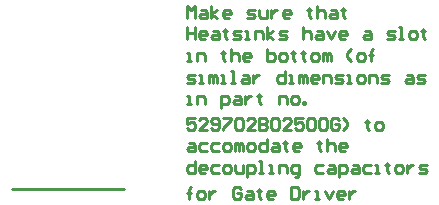
<source format=gm1>
G04*
G04 #@! TF.GenerationSoftware,Altium Limited,Altium Designer,22.2.1 (43)*
G04*
G04 Layer_Color=16711935*
%FSLAX25Y25*%
%MOIN*%
G70*
G04*
G04 #@! TF.SameCoordinates,550063A1-71E6-411B-B153-969BAF3FA875*
G04*
G04*
G04 #@! TF.FilePolarity,Positive*
G04*
G01*
G75*
%ADD12C,0.01000*%
D12*
X715500Y160294D02*
X752900D01*
X774000Y217253D02*
Y221252D01*
X775333Y219919D01*
X776666Y221252D01*
Y217253D01*
X778665Y219919D02*
X779998D01*
X780664Y219253D01*
Y217253D01*
X778665D01*
X777999Y217920D01*
X778665Y218586D01*
X780664D01*
X781997Y217253D02*
Y221252D01*
Y218586D02*
X783997Y219919D01*
X781997Y218586D02*
X783997Y217253D01*
X787995D02*
X786663D01*
X785996Y217920D01*
Y219253D01*
X786663Y219919D01*
X787995D01*
X788662Y219253D01*
Y218586D01*
X785996D01*
X793994Y217253D02*
X795993D01*
X796659Y217920D01*
X795993Y218586D01*
X794660D01*
X793994Y219253D01*
X794660Y219919D01*
X796659D01*
X797992D02*
Y217920D01*
X798659Y217253D01*
X800658D01*
Y219919D01*
X801991D02*
Y217253D01*
Y218586D01*
X802657Y219253D01*
X803324Y219919D01*
X803990D01*
X807989Y217253D02*
X806656D01*
X805990Y217920D01*
Y219253D01*
X806656Y219919D01*
X807989D01*
X808655Y219253D01*
Y218586D01*
X805990D01*
X814653Y220586D02*
Y219919D01*
X813987D01*
X815320D01*
X814653D01*
Y217920D01*
X815320Y217253D01*
X817319Y221252D02*
Y217253D01*
Y219253D01*
X817986Y219919D01*
X819319D01*
X819985Y219253D01*
Y217253D01*
X821984Y219919D02*
X823317D01*
X823984Y219253D01*
Y217253D01*
X821984D01*
X821318Y217920D01*
X821984Y218586D01*
X823984D01*
X825983Y220586D02*
Y219919D01*
X825317D01*
X826650D01*
X825983D01*
Y217920D01*
X826650Y217253D01*
X774000Y214054D02*
Y210055D01*
Y212054D01*
X776666D01*
Y214054D01*
Y210055D01*
X779998D02*
X778665D01*
X777999Y210721D01*
Y212054D01*
X778665Y212721D01*
X779998D01*
X780664Y212054D01*
Y211388D01*
X777999D01*
X782664Y212721D02*
X783997D01*
X784663Y212054D01*
Y210055D01*
X782664D01*
X781997Y210721D01*
X782664Y211388D01*
X784663D01*
X786663Y213387D02*
Y212721D01*
X785996D01*
X787329D01*
X786663D01*
Y210721D01*
X787329Y210055D01*
X789328D02*
X791328D01*
X791994Y210721D01*
X791328Y211388D01*
X789995D01*
X789328Y212054D01*
X789995Y212721D01*
X791994D01*
X793327Y210055D02*
X794660D01*
X793994D01*
Y212721D01*
X793327D01*
X796659Y210055D02*
Y212721D01*
X798659D01*
X799325Y212054D01*
Y210055D01*
X800658D02*
Y214054D01*
Y211388D02*
X802657Y212721D01*
X800658Y211388D02*
X802657Y210055D01*
X804657D02*
X806656D01*
X807323Y210721D01*
X806656Y211388D01*
X805323D01*
X804657Y212054D01*
X805323Y212721D01*
X807323D01*
X812654Y214054D02*
Y210055D01*
Y212054D01*
X813321Y212721D01*
X814653D01*
X815320Y212054D01*
Y210055D01*
X817319Y212721D02*
X818652D01*
X819319Y212054D01*
Y210055D01*
X817319D01*
X816653Y210721D01*
X817319Y211388D01*
X819319D01*
X820652Y212721D02*
X821984Y210055D01*
X823317Y212721D01*
X826650Y210055D02*
X825317D01*
X824650Y210721D01*
Y212054D01*
X825317Y212721D01*
X826650D01*
X827316Y212054D01*
Y211388D01*
X824650D01*
X833314Y212721D02*
X834647D01*
X835314Y212054D01*
Y210055D01*
X833314D01*
X832648Y210721D01*
X833314Y211388D01*
X835314D01*
X840645Y210055D02*
X842645D01*
X843311Y210721D01*
X842645Y211388D01*
X841312D01*
X840645Y212054D01*
X841312Y212721D01*
X843311D01*
X844644Y210055D02*
X845977D01*
X845310D01*
Y214054D01*
X844644D01*
X848643Y210055D02*
X849975D01*
X850642Y210721D01*
Y212054D01*
X849975Y212721D01*
X848643D01*
X847976Y212054D01*
Y210721D01*
X848643Y210055D01*
X852641Y213387D02*
Y212721D01*
X851975D01*
X853308D01*
X852641D01*
Y210721D01*
X853308Y210055D01*
X774000Y202856D02*
X775333D01*
X774666D01*
Y205522D01*
X774000D01*
X777332Y202856D02*
Y205522D01*
X779332D01*
X779998Y204856D01*
Y202856D01*
X785996Y206189D02*
Y205522D01*
X785330D01*
X786663D01*
X785996D01*
Y203523D01*
X786663Y202856D01*
X788662Y206855D02*
Y202856D01*
Y204856D01*
X789328Y205522D01*
X790661D01*
X791328Y204856D01*
Y202856D01*
X794660D02*
X793327D01*
X792661Y203523D01*
Y204856D01*
X793327Y205522D01*
X794660D01*
X795327Y204856D01*
Y204189D01*
X792661D01*
X800658Y206855D02*
Y202856D01*
X802657D01*
X803324Y203523D01*
Y204189D01*
Y204856D01*
X802657Y205522D01*
X800658D01*
X805323Y202856D02*
X806656D01*
X807323Y203523D01*
Y204856D01*
X806656Y205522D01*
X805323D01*
X804657Y204856D01*
Y203523D01*
X805323Y202856D01*
X809322Y206189D02*
Y205522D01*
X808655D01*
X809988D01*
X809322D01*
Y203523D01*
X809988Y202856D01*
X812654Y206189D02*
Y205522D01*
X811988D01*
X813321D01*
X812654D01*
Y203523D01*
X813321Y202856D01*
X815987D02*
X817319D01*
X817986Y203523D01*
Y204856D01*
X817319Y205522D01*
X815987D01*
X815320Y204856D01*
Y203523D01*
X815987Y202856D01*
X819319D02*
Y205522D01*
X819985D01*
X820652Y204856D01*
Y202856D01*
Y204856D01*
X821318Y205522D01*
X821984Y204856D01*
Y202856D01*
X828649D02*
X827316Y204189D01*
Y205522D01*
X828649Y206855D01*
X831315Y202856D02*
X832648D01*
X833314Y203523D01*
Y204856D01*
X832648Y205522D01*
X831315D01*
X830648Y204856D01*
Y203523D01*
X831315Y202856D01*
X835314D02*
Y206189D01*
Y204856D01*
X834647D01*
X835980D01*
X835314D01*
Y206189D01*
X835980Y206855D01*
X774000Y195658D02*
X775999D01*
X776666Y196325D01*
X775999Y196991D01*
X774666D01*
X774000Y197657D01*
X774666Y198324D01*
X776666D01*
X777999Y195658D02*
X779332D01*
X778665D01*
Y198324D01*
X777999D01*
X781331Y195658D02*
Y198324D01*
X781997D01*
X782664Y197657D01*
Y195658D01*
Y197657D01*
X783330Y198324D01*
X783997Y197657D01*
Y195658D01*
X785330D02*
X786663D01*
X785996D01*
Y198324D01*
X785330D01*
X788662Y195658D02*
X789995D01*
X789328D01*
Y199657D01*
X788662D01*
X792661Y198324D02*
X793994D01*
X794660Y197657D01*
Y195658D01*
X792661D01*
X791994Y196325D01*
X792661Y196991D01*
X794660D01*
X795993Y198324D02*
Y195658D01*
Y196991D01*
X796659Y197657D01*
X797326Y198324D01*
X797992D01*
X806656Y199657D02*
Y195658D01*
X804657D01*
X803990Y196325D01*
Y197657D01*
X804657Y198324D01*
X806656D01*
X807989Y195658D02*
X809322D01*
X808655D01*
Y198324D01*
X807989D01*
X811321Y195658D02*
Y198324D01*
X811988D01*
X812654Y197657D01*
Y195658D01*
Y197657D01*
X813321Y198324D01*
X813987Y197657D01*
Y195658D01*
X817319D02*
X815987D01*
X815320Y196325D01*
Y197657D01*
X815987Y198324D01*
X817319D01*
X817986Y197657D01*
Y196991D01*
X815320D01*
X819319Y195658D02*
Y198324D01*
X821318D01*
X821984Y197657D01*
Y195658D01*
X823317D02*
X825317D01*
X825983Y196325D01*
X825317Y196991D01*
X823984D01*
X823317Y197657D01*
X823984Y198324D01*
X825983D01*
X827316Y195658D02*
X828649D01*
X827983D01*
Y198324D01*
X827316D01*
X831315Y195658D02*
X832648D01*
X833314Y196325D01*
Y197657D01*
X832648Y198324D01*
X831315D01*
X830648Y197657D01*
Y196325D01*
X831315Y195658D01*
X834647D02*
Y198324D01*
X836646D01*
X837313Y197657D01*
Y195658D01*
X838646D02*
X840645D01*
X841312Y196325D01*
X840645Y196991D01*
X839312D01*
X838646Y197657D01*
X839312Y198324D01*
X841312D01*
X847310D02*
X848643D01*
X849309Y197657D01*
Y195658D01*
X847310D01*
X846643Y196325D01*
X847310Y196991D01*
X849309D01*
X850642Y195658D02*
X852641D01*
X853308Y196325D01*
X852641Y196991D01*
X851308D01*
X850642Y197657D01*
X851308Y198324D01*
X853308D01*
X774000Y188460D02*
X775333D01*
X774666D01*
Y191125D01*
X774000D01*
X777332Y188460D02*
Y191125D01*
X779332D01*
X779998Y190459D01*
Y188460D01*
X785330Y187127D02*
Y191125D01*
X787329D01*
X787995Y190459D01*
Y189126D01*
X787329Y188460D01*
X785330D01*
X789995Y191125D02*
X791328D01*
X791994Y190459D01*
Y188460D01*
X789995D01*
X789328Y189126D01*
X789995Y189793D01*
X791994D01*
X793327Y191125D02*
Y188460D01*
Y189793D01*
X793994Y190459D01*
X794660Y191125D01*
X795327D01*
X797992Y191792D02*
Y191125D01*
X797326D01*
X798659D01*
X797992D01*
Y189126D01*
X798659Y188460D01*
X804657D02*
Y191125D01*
X806656D01*
X807323Y190459D01*
Y188460D01*
X809322D02*
X810655D01*
X811321Y189126D01*
Y190459D01*
X810655Y191125D01*
X809322D01*
X808655Y190459D01*
Y189126D01*
X809322Y188460D01*
X812654D02*
Y189126D01*
X813321D01*
Y188460D01*
X812654D01*
X776666Y183927D02*
X774000D01*
Y181928D01*
X775333Y182594D01*
X775999D01*
X776666Y181928D01*
Y180595D01*
X775999Y179928D01*
X774666D01*
X774000Y180595D01*
X780664Y179928D02*
X777999D01*
X780664Y182594D01*
Y183261D01*
X779998Y183927D01*
X778665D01*
X777999Y183261D01*
X781997Y180595D02*
X782664Y179928D01*
X783997D01*
X784663Y180595D01*
Y183261D01*
X783997Y183927D01*
X782664D01*
X781997Y183261D01*
Y182594D01*
X782664Y181928D01*
X784663D01*
X785996Y183927D02*
X788662D01*
Y183261D01*
X785996Y180595D01*
Y179928D01*
X789995Y183261D02*
X790661Y183927D01*
X791994D01*
X792661Y183261D01*
Y180595D01*
X791994Y179928D01*
X790661D01*
X789995Y180595D01*
Y183261D01*
X796659Y179928D02*
X793994D01*
X796659Y182594D01*
Y183261D01*
X795993Y183927D01*
X794660D01*
X793994Y183261D01*
X797992Y183927D02*
Y179928D01*
X799992D01*
X800658Y180595D01*
Y181261D01*
X799992Y181928D01*
X797992D01*
X799992D01*
X800658Y182594D01*
Y183261D01*
X799992Y183927D01*
X797992D01*
X801991Y183261D02*
X802657Y183927D01*
X803990D01*
X804657Y183261D01*
Y180595D01*
X803990Y179928D01*
X802657D01*
X801991Y180595D01*
Y183261D01*
X808655Y179928D02*
X805990D01*
X808655Y182594D01*
Y183261D01*
X807989Y183927D01*
X806656D01*
X805990Y183261D01*
X812654Y183927D02*
X809988D01*
Y181928D01*
X811321Y182594D01*
X811988D01*
X812654Y181928D01*
Y180595D01*
X811988Y179928D01*
X810655D01*
X809988Y180595D01*
X813987Y183261D02*
X814653Y183927D01*
X815986D01*
X816653Y183261D01*
Y180595D01*
X815986Y179928D01*
X814653D01*
X813987Y180595D01*
Y183261D01*
X817986D02*
X818652Y183927D01*
X819985D01*
X820652Y183261D01*
Y180595D01*
X819985Y179928D01*
X818652D01*
X817986Y180595D01*
Y183261D01*
X824650D02*
X823984Y183927D01*
X822651D01*
X821984Y183261D01*
Y180595D01*
X822651Y179928D01*
X823984D01*
X824650Y180595D01*
Y181928D01*
X823317D01*
X825983Y179928D02*
X827316Y181261D01*
Y182594D01*
X825983Y183927D01*
X833981Y183261D02*
Y182594D01*
X833314D01*
X834647D01*
X833981D01*
Y180595D01*
X834647Y179928D01*
X837313D02*
X838646D01*
X839312Y180595D01*
Y181928D01*
X838646Y182594D01*
X837313D01*
X836646Y181928D01*
Y180595D01*
X837313Y179928D01*
X774666Y175396D02*
X775999D01*
X776666Y174729D01*
Y172730D01*
X774666D01*
X774000Y173396D01*
X774666Y174063D01*
X776666D01*
X780664Y175396D02*
X778665D01*
X777999Y174729D01*
Y173396D01*
X778665Y172730D01*
X780664D01*
X784663Y175396D02*
X782664D01*
X781997Y174729D01*
Y173396D01*
X782664Y172730D01*
X784663D01*
X786663D02*
X787995D01*
X788662Y173396D01*
Y174729D01*
X787995Y175396D01*
X786663D01*
X785996Y174729D01*
Y173396D01*
X786663Y172730D01*
X789995D02*
Y175396D01*
X790661D01*
X791328Y174729D01*
Y172730D01*
Y174729D01*
X791994Y175396D01*
X792661Y174729D01*
Y172730D01*
X794660D02*
X795993D01*
X796659Y173396D01*
Y174729D01*
X795993Y175396D01*
X794660D01*
X793994Y174729D01*
Y173396D01*
X794660Y172730D01*
X800658Y176728D02*
Y172730D01*
X798659D01*
X797992Y173396D01*
Y174729D01*
X798659Y175396D01*
X800658D01*
X802657D02*
X803990D01*
X804657Y174729D01*
Y172730D01*
X802657D01*
X801991Y173396D01*
X802657Y174063D01*
X804657D01*
X806656Y176062D02*
Y175396D01*
X805990D01*
X807323D01*
X806656D01*
Y173396D01*
X807323Y172730D01*
X811321D02*
X809988D01*
X809322Y173396D01*
Y174729D01*
X809988Y175396D01*
X811321D01*
X811988Y174729D01*
Y174063D01*
X809322D01*
X817986Y176062D02*
Y175396D01*
X817319D01*
X818652D01*
X817986D01*
Y173396D01*
X818652Y172730D01*
X820652Y176728D02*
Y172730D01*
Y174729D01*
X821318Y175396D01*
X822651D01*
X823317Y174729D01*
Y172730D01*
X826650D02*
X825317D01*
X824650Y173396D01*
Y174729D01*
X825317Y175396D01*
X826650D01*
X827316Y174729D01*
Y174063D01*
X824650D01*
X776666Y169530D02*
Y165531D01*
X774666D01*
X774000Y166198D01*
Y167531D01*
X774666Y168197D01*
X776666D01*
X779998Y165531D02*
X778665D01*
X777999Y166198D01*
Y167531D01*
X778665Y168197D01*
X779998D01*
X780664Y167531D01*
Y166864D01*
X777999D01*
X784663Y168197D02*
X782664D01*
X781997Y167531D01*
Y166198D01*
X782664Y165531D01*
X784663D01*
X786663D02*
X787995D01*
X788662Y166198D01*
Y167531D01*
X787995Y168197D01*
X786663D01*
X785996Y167531D01*
Y166198D01*
X786663Y165531D01*
X789995Y168197D02*
Y166198D01*
X790661Y165531D01*
X792661D01*
Y168197D01*
X793994Y164199D02*
Y168197D01*
X795993D01*
X796659Y167531D01*
Y166198D01*
X795993Y165531D01*
X793994D01*
X797992D02*
X799325D01*
X798659D01*
Y169530D01*
X797992D01*
X801324Y165531D02*
X802657D01*
X801991D01*
Y168197D01*
X801324D01*
X804657Y165531D02*
Y168197D01*
X806656D01*
X807323Y167531D01*
Y165531D01*
X809988Y164199D02*
X810655D01*
X811321Y164865D01*
Y168197D01*
X809322D01*
X808655Y167531D01*
Y166198D01*
X809322Y165531D01*
X811321D01*
X819319Y168197D02*
X817319D01*
X816653Y167531D01*
Y166198D01*
X817319Y165531D01*
X819319D01*
X821318Y168197D02*
X822651D01*
X823317Y167531D01*
Y165531D01*
X821318D01*
X820652Y166198D01*
X821318Y166864D01*
X823317D01*
X824650Y164199D02*
Y168197D01*
X826650D01*
X827316Y167531D01*
Y166198D01*
X826650Y165531D01*
X824650D01*
X829315Y168197D02*
X830648D01*
X831315Y167531D01*
Y165531D01*
X829315D01*
X828649Y166198D01*
X829315Y166864D01*
X831315D01*
X835314Y168197D02*
X833314D01*
X832648Y167531D01*
Y166198D01*
X833314Y165531D01*
X835314D01*
X836646D02*
X837979D01*
X837313D01*
Y168197D01*
X836646D01*
X840645Y168864D02*
Y168197D01*
X839979D01*
X841312D01*
X840645D01*
Y166198D01*
X841312Y165531D01*
X843977D02*
X845310D01*
X845977Y166198D01*
Y167531D01*
X845310Y168197D01*
X843977D01*
X843311Y167531D01*
Y166198D01*
X843977Y165531D01*
X847310Y168197D02*
Y165531D01*
Y166864D01*
X847976Y167531D01*
X848643Y168197D01*
X849309D01*
X851308Y165531D02*
X853308D01*
X853974Y166198D01*
X853308Y166864D01*
X851975D01*
X851308Y167531D01*
X851975Y168197D01*
X853974D01*
X774666Y157000D02*
Y160332D01*
Y158999D01*
X774000D01*
X775333D01*
X774666D01*
Y160332D01*
X775333Y160999D01*
X777999Y157000D02*
X779332D01*
X779998Y157667D01*
Y158999D01*
X779332Y159666D01*
X777999D01*
X777332Y158999D01*
Y157667D01*
X777999Y157000D01*
X781331Y159666D02*
Y157000D01*
Y158333D01*
X781997Y158999D01*
X782664Y159666D01*
X783330D01*
X791994Y160332D02*
X791328Y160999D01*
X789995D01*
X789328Y160332D01*
Y157667D01*
X789995Y157000D01*
X791328D01*
X791994Y157667D01*
Y158999D01*
X790661D01*
X793994Y159666D02*
X795327D01*
X795993Y158999D01*
Y157000D01*
X793994D01*
X793327Y157667D01*
X793994Y158333D01*
X795993D01*
X797992Y160332D02*
Y159666D01*
X797326D01*
X798659D01*
X797992D01*
Y157667D01*
X798659Y157000D01*
X802657D02*
X801324D01*
X800658Y157667D01*
Y158999D01*
X801324Y159666D01*
X802657D01*
X803324Y158999D01*
Y158333D01*
X800658D01*
X808655Y160999D02*
Y157000D01*
X810655D01*
X811321Y157667D01*
Y160332D01*
X810655Y160999D01*
X808655D01*
X812654Y159666D02*
Y157000D01*
Y158333D01*
X813321Y158999D01*
X813987Y159666D01*
X814653D01*
X816653Y157000D02*
X817986D01*
X817319D01*
Y159666D01*
X816653D01*
X819985D02*
X821318Y157000D01*
X822651Y159666D01*
X825983Y157000D02*
X824650D01*
X823984Y157667D01*
Y158999D01*
X824650Y159666D01*
X825983D01*
X826650Y158999D01*
Y158333D01*
X823984D01*
X827983Y159666D02*
Y157000D01*
Y158333D01*
X828649Y158999D01*
X829315Y159666D01*
X829982D01*
M02*

</source>
